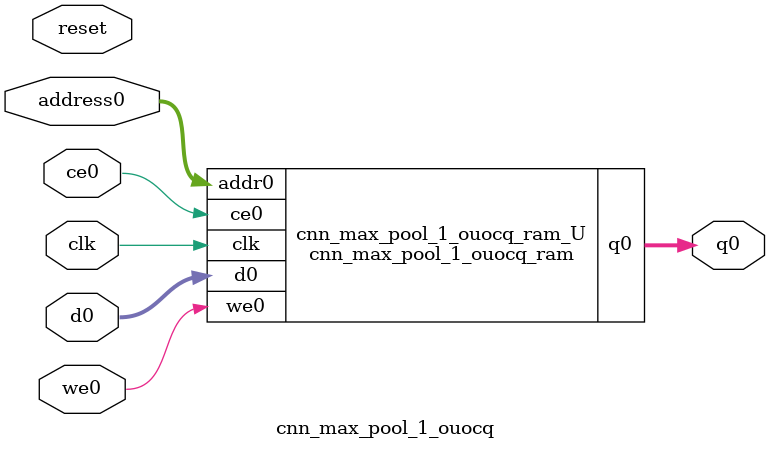
<source format=v>
`timescale 1 ns / 1 ps
module cnn_max_pool_1_ouocq_ram (addr0, ce0, d0, we0, q0,  clk);

parameter DWIDTH = 32;
parameter AWIDTH = 10;
parameter MEM_SIZE = 1014;

input[AWIDTH-1:0] addr0;
input ce0;
input[DWIDTH-1:0] d0;
input we0;
output reg[DWIDTH-1:0] q0;
input clk;

(* ram_style = "block" *)reg [DWIDTH-1:0] ram[0:MEM_SIZE-1];




always @(posedge clk)  
begin 
    if (ce0) 
    begin
        if (we0) 
        begin 
            ram[addr0] <= d0; 
        end 
        q0 <= ram[addr0];
    end
end


endmodule

`timescale 1 ns / 1 ps
module cnn_max_pool_1_ouocq(
    reset,
    clk,
    address0,
    ce0,
    we0,
    d0,
    q0);

parameter DataWidth = 32'd32;
parameter AddressRange = 32'd1014;
parameter AddressWidth = 32'd10;
input reset;
input clk;
input[AddressWidth - 1:0] address0;
input ce0;
input we0;
input[DataWidth - 1:0] d0;
output[DataWidth - 1:0] q0;



cnn_max_pool_1_ouocq_ram cnn_max_pool_1_ouocq_ram_U(
    .clk( clk ),
    .addr0( address0 ),
    .ce0( ce0 ),
    .we0( we0 ),
    .d0( d0 ),
    .q0( q0 ));

endmodule


</source>
